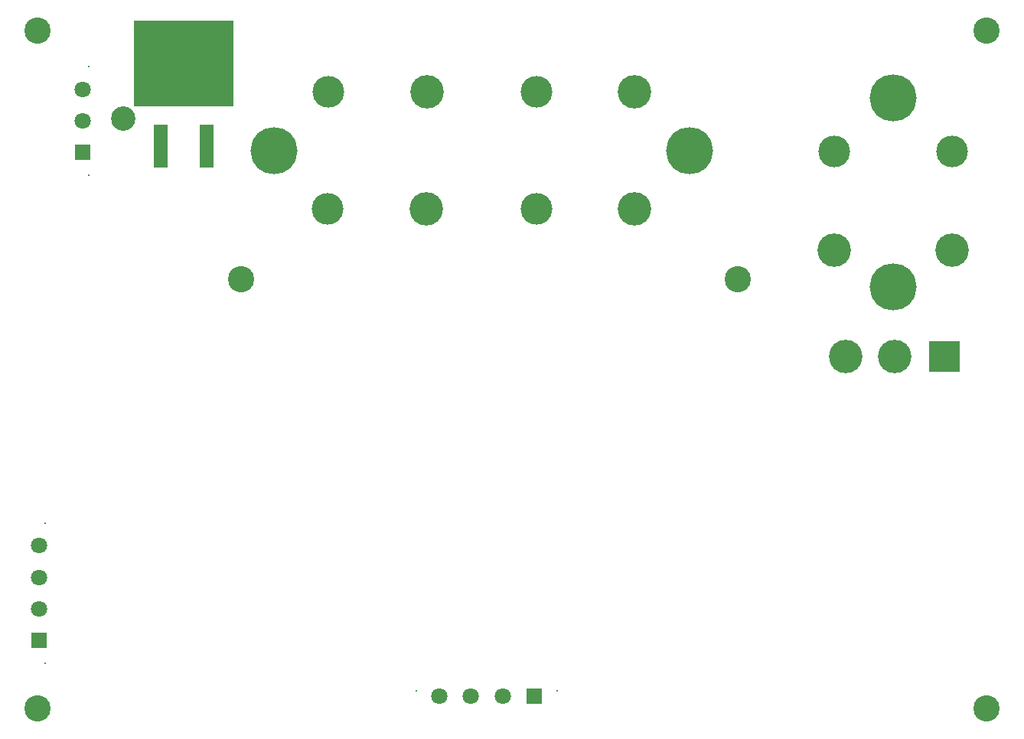
<source format=gbs>
G04*
G04 #@! TF.GenerationSoftware,Altium Limited,Altium Designer,18.0.9 (584)*
G04*
G04 Layer_Color=16711935*
%FSLAX25Y25*%
%MOIN*%
G70*
G01*
G75*
%ADD73R,0.43320X0.37808*%
%ADD74R,0.06115X0.18910*%
%ADD81C,0.11430*%
%ADD82C,0.14580*%
%ADD83R,0.13792X0.13792*%
%ADD84R,0.07099X0.07099*%
%ADD85C,0.07099*%
%ADD86C,0.00800*%
%ADD87C,0.13792*%
%ADD88C,0.20485*%
%ADD89R,0.07099X0.07099*%
%ADD90C,0.10642*%
D73*
X73622Y290945D02*
D03*
D74*
X63622Y254921D02*
D03*
X83622D02*
D03*
D81*
X98425Y196850D02*
D03*
X314961D02*
D03*
X423228Y305118D02*
D03*
Y9843D02*
D03*
X9843D02*
D03*
Y305118D02*
D03*
D82*
X383268Y162992D02*
D03*
X361811D02*
D03*
X179055Y227559D02*
D03*
X179449Y278346D02*
D03*
X270000D02*
D03*
X356693Y209528D02*
D03*
X408268D02*
D03*
X270000Y227559D02*
D03*
D83*
X404724Y162992D02*
D03*
D84*
X10630Y39370D02*
D03*
X29528Y251969D02*
D03*
D85*
X10630Y53150D02*
D03*
Y66929D02*
D03*
Y80709D02*
D03*
X29528Y279528D02*
D03*
Y265748D02*
D03*
X184843Y14961D02*
D03*
X198622D02*
D03*
X212402D02*
D03*
D86*
X13110Y29528D02*
D03*
Y90551D02*
D03*
X32008Y289370D02*
D03*
Y242126D02*
D03*
X175000Y17441D02*
D03*
X236024D02*
D03*
D87*
X136221Y227559D02*
D03*
X136614Y278346D02*
D03*
X227165D02*
D03*
X356693Y252362D02*
D03*
X408268D02*
D03*
X227165Y227559D02*
D03*
D88*
X112992Y252756D02*
D03*
X293858D02*
D03*
X382480Y193425D02*
D03*
Y275866D02*
D03*
D89*
X226181Y14961D02*
D03*
D90*
X47244Y266732D02*
D03*
M02*

</source>
